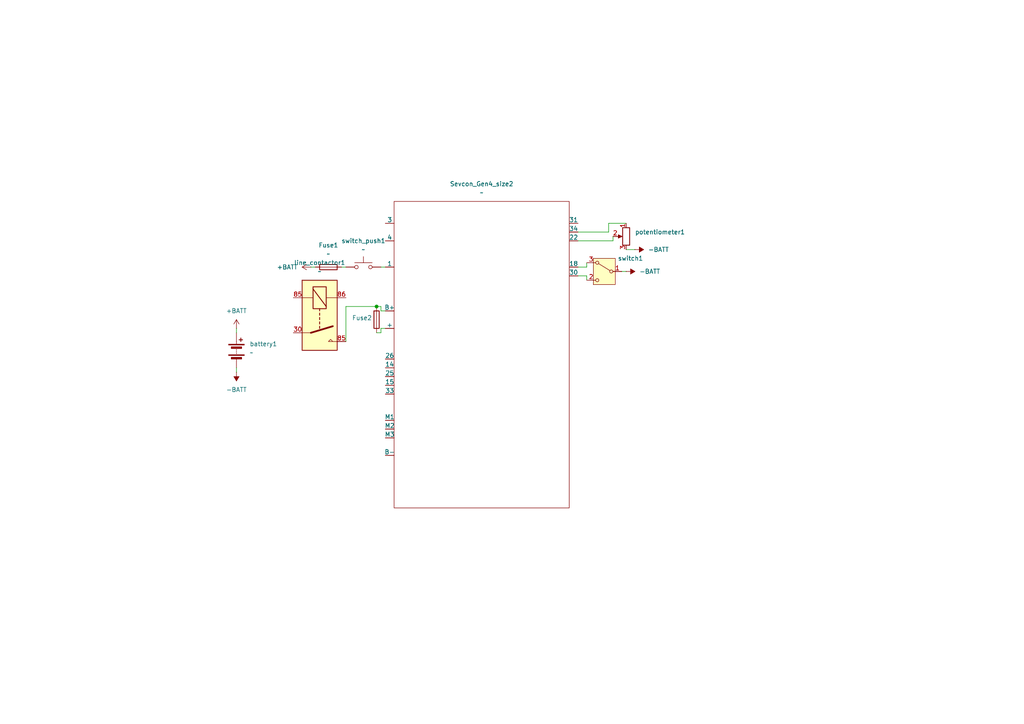
<source format=kicad_sch>
(kicad_sch (version 20250114) (generator "eeschema") (generator_version "9.0")
  (paper "A4")
  (title_block (title "Cocomobyle schemetics") (date "2026-02-17") (company "Stéphane Hessel"))
  (lib_symbols
    (symbol "custom:Battery" (pin_numbers (hide yes)) (pin_names (offset 0) (hide yes))
      (property "Reference" "battery" (at 2.54 2.54 0))
      (symbol "Battery_0_1"
        (rectangle (start -2.286 1.778) (end 2.286 1.524) (fill (type outline)))
        (rectangle (start -2.286 -1.27) (end 2.286 -1.524) (fill (type outline)))
        (rectangle (start -1.524 1.016) (end 1.524 0.508) (fill (type outline)))
        (rectangle (start -1.524 -2.032) (end 1.524 -2.54) (fill (type outline)))
        (polyline (pts (xy 0 1.778) (xy 0 2.54)))
        (polyline (pts (xy 0 0) (xy 0 0.254)))
        (polyline (pts (xy 0 -0.508) (xy 0 -0.254)))
        (polyline (pts (xy 0 -1.016) (xy 0 -0.762)))
        (polyline (pts (xy 0.762 3.048) (xy 1.778 3.048)) (stroke (width 0.254)))
        (polyline (pts (xy 1.27 3.556) (xy 1.27 2.54)) (stroke (width 0.254)))
      )
      (symbol "Battery_1_1"
        (pin power_out line (at 0 5.08 270) (length 2.54) (name "+") (number "1"))
        (pin power_in line (at 0 -5.08 90) (length 2.54) (name "-") (number "2"))
      )
    )
    (symbol "custom:Fuse" (pin_numbers (hide yes)) (pin_names (offset 0))
      (property "Reference" "Fuse" (at 0 -2.032 0))
      (symbol "Fuse_0_1"
        (rectangle (start -2.54 0.762) (end 2.54 -0.762) (stroke (width 0.254)))
        (polyline (pts (xy 2.54 0) (xy -2.54 0)))
      )
      (symbol "Fuse_1_1"
        (pin passive line (at -3.81 0 0) (length 1.27) (name "~") (number "2"))
        (pin passive line (at 3.81 0 180) (length 1.27) (name "~") (number "1"))
      )
    )
    (symbol "custom:Line Contactor"
      (property "Reference" "line_contactor" (at 20.32 0.254 0))
      (symbol "Line Contactor_0_0"
        (polyline (pts (xy 5.08 -7.62) (xy 2.54 -7.62) (xy 3.175 -6.985) (xy 3.81 -7.62)))
      )
      (symbol "Line Contactor_0_1"
        (polyline (pts (xy -5.08 5.08) (xy -1.905 5.08)))
        (polyline (pts (xy -2.54 -5.08) (xy -5.08 -5.08)))
        (polyline (pts (xy -2.54 -5.08) (xy 3.81 -3.175)) (stroke (width 0.508)))
        (polyline (pts (xy -1.905 7.62) (xy 1.905 2.54)) (stroke (width 0.254)))
        (polyline (pts (xy 0 1.905) (xy 0 1.27)) (stroke (width 0.254)))
        (polyline (pts (xy 0 0.635) (xy 0 0)) (stroke (width 0.254)))
        (polyline (pts (xy 0 -0.635) (xy 0 -1.27)) (stroke (width 0.254)))
        (polyline (pts (xy 0 -1.905) (xy 0 -2.54)) (stroke (width 0.254)))
        (polyline (pts (xy 0 -3.175) (xy 0 -3.81)) (stroke (width 0.254)))
        (rectangle (start 1.905 8.255) (end -1.905 1.905) (stroke (width 0.254)))
        (rectangle (start 5.08 10.16) (end -5.08 -10.16) (stroke (width 0.254)) (fill (type background)))
        (polyline (pts (xy 5.08 5.08) (xy 1.905 5.08)))
      )
      (symbol "Line Contactor_1_1"
        (pin input line (at -7.62 5.08 0) (length 2.54) (name "~") (number "85"))
        (pin power_in line (at -7.62 -5.08 0) (length 2.54) (name "~") (number "30"))
        (pin output line (at 7.62 5.08 180) (length 2.54) (name "~") (number "86"))
        (pin power_out line (at 7.62 -7.62 180) (length 2.54) (name "~") (number "85"))
      )
    )
    (symbol "custom:Potentiometer" (pin_names (offset 1.016) (hide yes))
      (property "Reference" "potentiometer" (at 8.128 4.572 0))
      (symbol "Potentiometer_0_1"
        (rectangle (start 1.016 2.54) (end -1.016 -2.54) (stroke (width 0.254)))
        (polyline (pts (xy 1.143 0) (xy 2.286 0.508) (xy 2.286 -0.508) (xy 1.143 0)) (fill (type outline)))
        (polyline (pts (xy 2.54 0) (xy 1.524 0)))
      )
      (symbol "Potentiometer_1_1"
        (pin passive line (at 0 3.81 270) (length 1.27) (name "1") (number "1"))
        (pin passive line (at 0 -3.81 90) (length 1.27) (name "3") (number "3"))
        (pin passive line (at 3.81 0 180) (length 1.27) (name "2") (number "2"))
      )
    )
    (symbol "custom:Sevcon_Gen4_size2" (pin_numbers (hide yes)) (pin_names (offset 0))
      (property "Reference" "Sevcon_Gen4_size2" (at 0 0 0))
      (symbol "Sevcon_Gen4_size2_0_1"
        (rectangle (start -25.4 44.45) (end 25.4 -44.45))
      )
      (symbol "Sevcon_Gen4_size2_1_1"
        (pin power_in line (at -27.94 38.1 0) (length 2.54) (name "3") (number ""))
        (pin power_out line (at -27.94 33.02 0) (length 2.54) (name "4") (number ""))
        (pin power_in line (at -27.94 25.4 0) (length 2.54) (name "1") (number ""))
        (pin power_in line (at -27.94 12.7 0) (length 2.54) (name "B+") (number ""))
        (pin power_in line (at -27.94 7.62 0) (length 2.54) (name "+") (number ""))
        (pin power_out line (at -27.94 -1.27 0) (length 2.54) (name "26") (number ""))
        (pin power_out line (at -27.94 -3.81 0) (length 2.54) (name "14") (number ""))
        (pin power_out line (at -27.94 -6.35 0) (length 2.54) (name "25") (number ""))
        (pin passive line (at -27.94 -8.89 0) (length 2.54) (name "15") (number ""))
        (pin output line (at -27.94 -11.43 0) (length 2.54) (name "33") (number ""))
        (pin power_out line (at -27.94 -19.05 0) (length 2.54) (name "M1") (number ""))
        (pin power_out line (at -27.94 -21.59 0) (length 2.54) (name "M2") (number ""))
        (pin power_out line (at -27.94 -24.13 0) (length 2.54) (name "M3") (number ""))
        (pin power_out line (at -27.94 -29.21 0) (length 2.54) (name "B-") (number ""))
        (pin input line (at 27.94 38.1 180) (length 2.54) (name "31") (number ""))
        (pin output line (at 27.94 35.56 180) (length 2.54) (name "34") (number ""))
        (pin input line (at 27.94 33.02 180) (length 2.54) (name "22") (number ""))
        (pin input line (at 27.94 25.4 180) (length 2.54) (name "18") (number ""))
        (pin input line (at 27.94 22.86 180) (length 2.54) (name "30") (number ""))
      )
    )
    (symbol "custom:Switch" (pin_names (offset 1) (hide yes))
      (property "Reference" "switch" (at 0 5.08 0))
      (symbol "Switch_0_1"
        (circle (center -2.032 0) (radius 0.4572))
        (polyline (pts (xy -1.651 0.254) (xy 1.651 2.286)))
        (circle (center 2.032 2.54) (radius 0.4572))
        (circle (center 2.032 -2.54) (radius 0.4572))
      )
      (symbol "Switch_1_1"
        (rectangle (start -3.175 3.81) (end 3.175 -3.81) (fill (type background)))
        (pin passive line (at -5.08 0 0) (length 2.54) (name "B") (number "1"))
        (pin passive line (at 5.08 2.54 180) (length 2.54) (name "A") (number "3"))
        (pin passive line (at 5.08 -2.54 180) (length 2.54) (name "C") (number "2"))
      )
    )
    (symbol "custom:Switch Push" (pin_numbers (hide yes)) (pin_names (offset 1.016) (hide yes))
      (property "Reference" "switch_push" (at 1.016 2.54 0))
      (symbol "Switch Push_0_1"
        (circle (center -2.032 0) (radius 0.508))
        (polyline (pts (xy 0 1.27) (xy 0 3.048)))
        (circle (center 2.032 0) (radius 0.508))
        (polyline (pts (xy 2.54 1.27) (xy -2.54 1.27)))
        (pin passive line (at -5.08 0 0) (length 2.54) (name "1") (number "1"))
        (pin passive line (at 5.08 0 180) (length 2.54) (name "2") (number "2"))
      )
    )
    (symbol "power:+BATT" (power) (pin_numbers (hide yes)) (pin_names (offset 0) (hide yes))
      (property "Value" "+BATT" (at 0 3.556 0))
      (symbol "+BATT_0_1"
        (polyline (pts (xy -0.762 1.27) (xy 0 2.54)))
        (polyline (pts (xy 0 2.54) (xy 0.762 1.27)))
        (polyline (pts (xy 0 0) (xy 0 2.54)))
      )
      (symbol "+BATT_1_1"
        (pin power_in line (at 0 0 90) (length 0) (name "~") (number "1"))
      )
    )
    (symbol "power:-BATT" (power) (pin_numbers (hide yes)) (pin_names (offset 0) (hide yes))
      (property "Value" "-BATT" (at 0 3.556 0))
      (symbol "-BATT_0_1"
        (polyline (pts (xy 0 0) (xy 0 2.54)))
        (polyline (pts (xy 0.762 1.27) (xy -0.762 1.27) (xy 0 2.54) (xy 0.762 1.27)) (fill (type outline)))
      )
      (symbol "-BATT_1_1"
        (pin power_in line (at 0 0 90) (length 0) (name "~") (number "1"))
      )
    )
  )
  (junction (at 109.22 88.9))
  (wire (pts (xy 176.53 67.31) (xy 167.64 67.31)))
  (wire (pts (xy 111.76 90.17) (xy 110.49 90.17)))
  (wire (pts (xy 167.64 77.47) (xy 170.18 77.47)))
  (wire (pts (xy 167.64 80.01) (xy 170.18 80.01)))
  (wire (pts (xy 68.58 95.25) (xy 68.58 96.52)))
  (wire (pts (xy 110.49 88.9) (xy 109.22 88.9)))
  (wire (pts (xy 110.49 96.52) (xy 109.22 96.52)))
  (wire (pts (xy 68.58 106.68) (xy 68.58 107.95)))
  (wire (pts (xy 99.06 77.47) (xy 100.33 77.47)))
  (wire (pts (xy 181.61 78.74) (xy 180.34 78.74)))
  (wire (pts (xy 181.61 64.77) (xy 176.53 64.77)))
  (wire (pts (xy 177.8 69.85) (xy 167.64 69.85)))
  (wire (pts (xy 100.33 99.06) (xy 100.33 88.9)))
  (wire (pts (xy 177.8 68.58) (xy 177.8 69.85)))
  (wire (pts (xy 110.49 90.17) (xy 110.49 88.9)))
  (wire (pts (xy 90.17 77.47) (xy 91.44 77.47)))
  (wire (pts (xy 176.53 64.77) (xy 176.53 67.31)))
  (wire (pts (xy 181.61 72.39) (xy 184.15 72.39)))
  (wire (pts (xy 170.18 77.47) (xy 170.18 76.2)))
  (wire (pts (xy 110.49 95.25) (xy 110.49 96.52)))
  (wire (pts (xy 100.33 88.9) (xy 109.22 88.9)))
  (wire (pts (xy 170.18 80.01) (xy 170.18 81.28)))
  (wire (pts (xy 110.49 77.47) (xy 111.76 77.47)))
  (wire (pts (xy 111.76 95.25) (xy 110.49 95.25)))
  (symbol (lib_id "custom:Line Contactor") (at 92.71 91.44 0) (unit 1)
    (property "Reference" "line_contactor1" (at 92.71 76.2 0))
    (property "Value" "~" (at 92.71 78.74 0))
  )
  (symbol (lib_id "custom:Switch Push") (at 105.41 77.47 0) (unit 1)
    (property "Reference" "switch_push1" (at 105.41 69.85 0))
    (property "Value" "~" (at 105.41 72.39 0))
  )
  (symbol (lib_id "power:-BATT") (at 68.58 107.95 0) (mirror x) (unit 1)
    (property "Reference" "#PWR04" (effects (hide yes)))
    (property "Value" "-BATT" (at 68.58 113.03 0))
    (property "Description" "Power symbol creates a global label with name \"-BATT\"" (effects (hide yes)))
  )
  (symbol (lib_id "custom:Switch") (at 175.26 78.74 0) (mirror y) (unit 1)
    (property "Reference" "switch1" (at 182.88 74.93 0))
  )
  (symbol (lib_id "custom:Battery") (at 68.58 101.6 0) (unit 1)
    (property "Reference" "battery1" (at 72.39 99.7584 0) (effects (justify left)))
    (property "Value" "~" (at 72.39 102.2984 0) (effects (justify left)))
  )
  (symbol (lib_id "custom:Potentiometer") (at 181.61 68.58 0) (mirror y) (unit 1)
    (property "Reference" "potentiometer1" (at 184.15 67.3099 0) (effects (justify right)))
  )
  (symbol (lib_id "power:-BATT") (at 184.15 72.39 270) (unit 1)
    (property "Reference" "#PWR02" (effects (hide yes)))
    (property "Value" "-BATT" (at 187.96 72.3899 90) (effects (justify left)))
    (property "Description" "Power symbol creates a global label with name \"-BATT\"" (effects (hide yes)))
  )
  (symbol (lib_id "power:-BATT") (at 181.61 78.74 270) (unit 1)
    (property "Reference" "#PWR01" (effects (hide yes)))
    (property "Value" "-BATT" (at 185.42 78.7399 90) (effects (justify left)))
    (property "Description" "Power symbol creates a global label with name \"-BATT\"" (effects (hide yes)))
  )
  (symbol (lib_id "power:+BATT") (at 68.58 95.25 0) (unit 1)
    (property "Reference" "#PWR03" (effects (hide yes)))
    (property "Value" "+BATT" (at 68.58 90.17 0))
    (property "Description" "Power symbol creates a global label with name \"+BATT\"" (effects (hide yes)))
  )
  (symbol (lib_id "custom:Fuse") (at 95.25 77.47 0) (unit 1)
    (property "Reference" "Fuse1" (at 95.25 71.12 0))
    (property "Value" "~" (at 95.25 73.66 0))
  )
  (symbol (lib_id "custom:Fuse") (at 109.22 92.71 90) (unit 1)
    (property "Reference" "Fuse2" (at 102.108 92.202 90) (effects (justify right)))
  )
  (symbol (lib_id "power:+BATT") (at 90.17 77.47 90) (unit 1)
    (property "Reference" "#PWR05" (effects (hide yes)))
    (property "Value" "+BATT" (at 86.36 77.4699 90) (effects (justify left)))
    (property "Description" "Power symbol creates a global label with name \"+BATT\"" (effects (hide yes)))
  )
  (symbol (lib_id "custom:Sevcon_Gen4_size2") (at 139.7 102.87 0) (unit 1)
    (property "Reference" "Sevcon_Gen4_size2" (at 139.7 53.34 0))
    (property "Value" "~" (at 139.7 55.88 0))
  )
)
</source>
